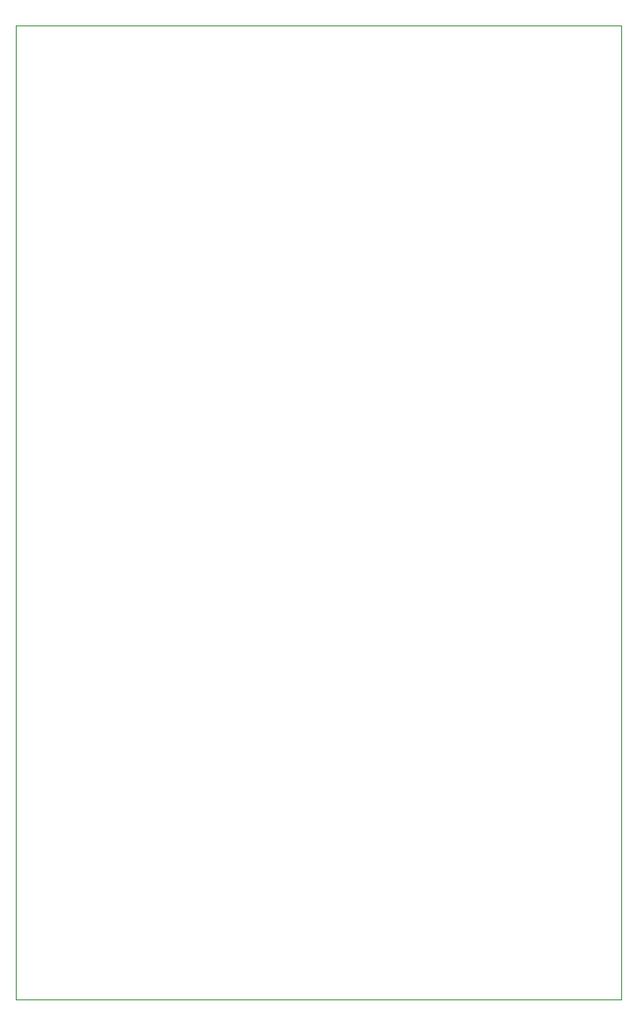
<source format=gbr>
G04 #@! TF.FileFunction,Profile,NP*
%FSLAX46Y46*%
G04 Gerber Fmt 4.6, Leading zero omitted, Abs format (unit mm)*
G04 Created by KiCad (PCBNEW (after 2015-mar-04 BZR unknown)-product) date 11/24/2015 7:31:04 AM*
%MOMM*%
G01*
G04 APERTURE LIST*
%ADD10C,0.152400*%
%ADD11C,0.100000*%
G04 APERTURE END LIST*
D10*
D11*
X83820000Y-25400000D02*
X25400000Y-25400000D01*
X83820000Y-119380000D02*
X83820000Y-25400000D01*
X25400000Y-119380000D02*
X83820000Y-119380000D01*
X25400000Y-25400000D02*
X25400000Y-119380000D01*
M02*

</source>
